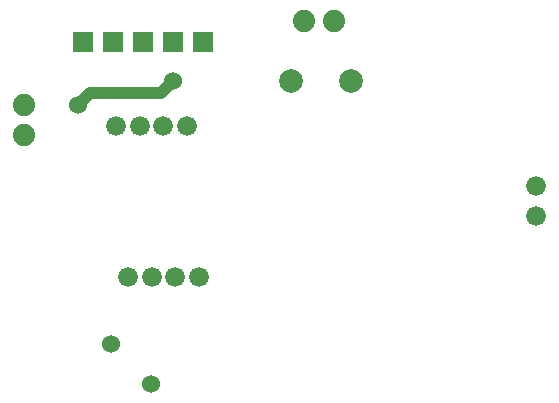
<source format=gtl>
G04 Layer: TopLayer*
G04 EasyEDA v6.4.19.5, 2021-05-02T15:51:48+00:00*
G04 fa95a55a5d7b4a54880c62140e65483f,df9bcaa0b1a24b1393461ff34c98d398,10*
G04 Gerber Generator version 0.2*
G04 Scale: 100 percent, Rotated: No, Reflected: No *
G04 Dimensions in millimeters *
G04 leading zeros omitted , absolute positions ,4 integer and 5 decimal *
%FSLAX45Y45*%
%MOMM*%

%ADD11C,1.0000*%
%ADD12C,1.5240*%
%ADD13C,1.8801*%
%ADD14C,2.0000*%
%ADD15C,1.6764*%

%LPD*%
D11*
X1403350Y3175000D02*
G01*
X1504950Y3276600D01*
X2101850Y3276600D01*
X2203450Y3378200D01*
D12*
G01*
X2203450Y3378200D03*
G01*
X1403350Y3175000D03*
G01*
X1676247Y1153540D03*
G01*
X2021331Y808481D03*
D13*
G01*
X3568700Y3886200D03*
G01*
X3314700Y3886200D03*
G36*
X2115947Y3795903D02*
G01*
X2290952Y3795903D01*
X2290952Y3620896D01*
X2115947Y3620896D01*
G37*
G36*
X2369947Y3795903D02*
G01*
X2544952Y3795903D01*
X2544952Y3620896D01*
X2369947Y3620896D01*
G37*
G36*
X1861946Y3795903D02*
G01*
X2036952Y3795903D01*
X2036952Y3620896D01*
X1861946Y3620896D01*
G37*
G36*
X1607946Y3795903D02*
G01*
X1782953Y3795903D01*
X1782953Y3620896D01*
X1607946Y3620896D01*
G37*
G36*
X1353946Y3795903D02*
G01*
X1528953Y3795903D01*
X1528953Y3620896D01*
X1353946Y3620896D01*
G37*
G01*
X946150Y2921000D03*
G01*
X946150Y3175000D03*
D14*
G01*
X3200400Y3378200D03*
G01*
X3708400Y3378200D03*
D15*
G01*
X2322829Y2994660D03*
G01*
X2122170Y2994660D03*
G01*
X1921510Y2994660D03*
G01*
X1723389Y2994660D03*
G01*
X2421890Y1714500D03*
G01*
X2221229Y1714500D03*
G01*
X2023109Y1714500D03*
G01*
X1822450Y1714500D03*
G01*
X5275656Y2489200D03*
G01*
X5275656Y2235200D03*
M02*

</source>
